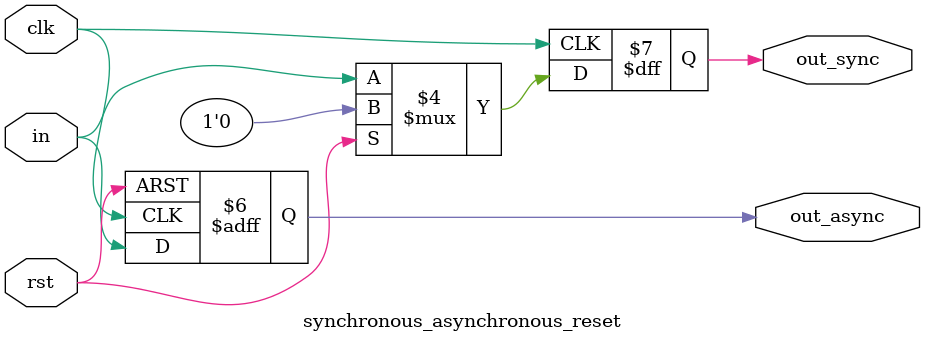
<source format=v>
`timescale 1ns / 1ps

module synchronous_asynchronous_reset(
    input clk,rst,in,
    output reg out_async,out_sync
    );

    
////////// SYNCHRONOUS RESET //////////
    always@(posedge clk)  
    begin
        if(rst) out_sync<= 1'b0;
        else out_sync <= in;
    end


////////// ASYNCHRONOUS RESET /////////
    always@(posedge clk, posedge rst)
    begin
        if(rst) out_async<= 1'b0;
        else out_async <= in;
    end  
    
endmodule

</source>
